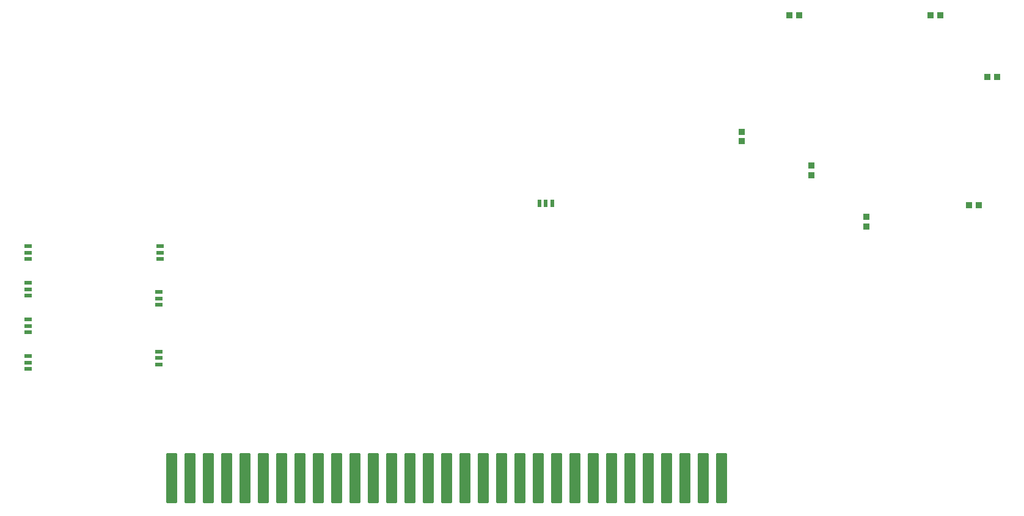
<source format=gbp>
G04 Layer_Color=16770453*
%FSAX24Y24*%
%MOIN*%
G70*
G01*
G75*
%ADD10R,0.0380X0.0335*%
G04:AMPARAMS|DCode=12|XSize=60mil|YSize=275mil|CornerRadius=6mil|HoleSize=0mil|Usage=FLASHONLY|Rotation=0.000|XOffset=0mil|YOffset=0mil|HoleType=Round|Shape=RoundedRectangle|*
%AMROUNDEDRECTD12*
21,1,0.0600,0.2630,0,0,0.0*
21,1,0.0480,0.2750,0,0,0.0*
1,1,0.0120,0.0240,-0.1315*
1,1,0.0120,-0.0240,-0.1315*
1,1,0.0120,-0.0240,0.1315*
1,1,0.0120,0.0240,0.1315*
%
%ADD12ROUNDEDRECTD12*%
%ADD27R,0.0200X0.0400*%
%ADD28R,0.0400X0.0200*%
%ADD29R,0.0335X0.0380*%
D10*
X053000Y025356D02*
D03*
Y024844D02*
D03*
X046200Y030006D02*
D03*
Y029494D02*
D03*
X050000Y027644D02*
D03*
Y028156D02*
D03*
D12*
X042100Y011100D02*
D03*
X041100D02*
D03*
X035100D02*
D03*
X015100D02*
D03*
X016100D02*
D03*
X017100D02*
D03*
X018100D02*
D03*
X019100D02*
D03*
X020100D02*
D03*
X021100D02*
D03*
X022100D02*
D03*
X023100D02*
D03*
X024100D02*
D03*
X025100D02*
D03*
X026100D02*
D03*
X027100D02*
D03*
X028100D02*
D03*
X029100D02*
D03*
X030100D02*
D03*
X031100D02*
D03*
X032100D02*
D03*
X033100D02*
D03*
X034100D02*
D03*
X036100D02*
D03*
X037100D02*
D03*
X038100D02*
D03*
X039100D02*
D03*
X040100D02*
D03*
X043100D02*
D03*
X044100D02*
D03*
X045100D02*
D03*
D27*
X035850Y026100D02*
D03*
X035500D02*
D03*
X035150D02*
D03*
D28*
X007250Y017750D02*
D03*
Y017400D02*
D03*
Y017050D02*
D03*
Y019750D02*
D03*
Y019400D02*
D03*
Y019050D02*
D03*
Y021750D02*
D03*
Y021400D02*
D03*
Y021050D02*
D03*
Y023750D02*
D03*
Y023400D02*
D03*
Y023050D02*
D03*
X014450D02*
D03*
Y023400D02*
D03*
Y023750D02*
D03*
X014400Y017300D02*
D03*
Y017650D02*
D03*
Y018000D02*
D03*
Y020550D02*
D03*
Y020900D02*
D03*
Y021250D02*
D03*
D29*
X048794Y036350D02*
D03*
X049306D02*
D03*
X058594Y026000D02*
D03*
X059106D02*
D03*
X059594Y033000D02*
D03*
X060106D02*
D03*
X057006Y036350D02*
D03*
X056494D02*
D03*
M02*

</source>
